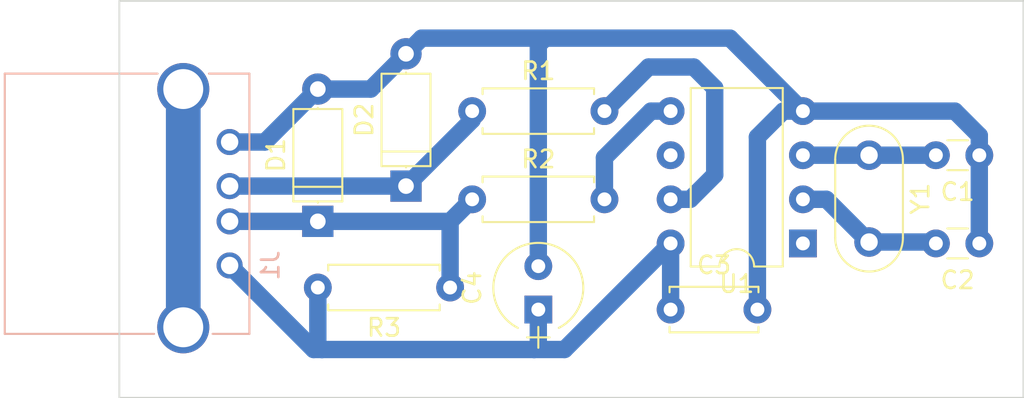
<source format=kicad_pcb>
(kicad_pcb (version 20171130) (host pcbnew "(5.1.9)-1")

  (general
    (thickness 1.6)
    (drawings 4)
    (tracks 53)
    (zones 0)
    (modules 12)
    (nets 12)
  )

  (page A4)
  (layers
    (0 F.Cu signal)
    (31 B.Cu signal)
    (32 B.Adhes user)
    (33 F.Adhes user)
    (34 B.Paste user)
    (35 F.Paste user)
    (36 B.SilkS user)
    (37 F.SilkS user)
    (38 B.Mask user)
    (39 F.Mask user)
    (40 Dwgs.User user)
    (41 Cmts.User user)
    (42 Eco1.User user)
    (43 Eco2.User user)
    (44 Edge.Cuts user)
    (45 Margin user)
    (46 B.CrtYd user)
    (47 F.CrtYd user)
    (48 B.Fab user)
    (49 F.Fab user)
  )

  (setup
    (last_trace_width 1)
    (trace_clearance 0.5)
    (zone_clearance 0.508)
    (zone_45_only no)
    (trace_min 0.2)
    (via_size 1.5)
    (via_drill 0.8)
    (via_min_size 0.4)
    (via_min_drill 0.3)
    (uvia_size 0.3)
    (uvia_drill 0.1)
    (uvias_allowed no)
    (uvia_min_size 0.2)
    (uvia_min_drill 0.1)
    (edge_width 0.05)
    (segment_width 0.2)
    (pcb_text_width 0.3)
    (pcb_text_size 1.5 1.5)
    (mod_edge_width 0.12)
    (mod_text_size 1 1)
    (mod_text_width 0.15)
    (pad_size 1.524 1.524)
    (pad_drill 0.762)
    (pad_to_mask_clearance 0)
    (aux_axis_origin 0 0)
    (visible_elements 7FFFFFFF)
    (pcbplotparams
      (layerselection 0x010fc_ffffffff)
      (usegerberextensions false)
      (usegerberattributes true)
      (usegerberadvancedattributes true)
      (creategerberjobfile true)
      (excludeedgelayer true)
      (linewidth 0.100000)
      (plotframeref false)
      (viasonmask false)
      (mode 1)
      (useauxorigin false)
      (hpglpennumber 1)
      (hpglpenspeed 20)
      (hpglpendiameter 15.000000)
      (psnegative false)
      (psa4output false)
      (plotreference true)
      (plotvalue true)
      (plotinvisibletext false)
      (padsonsilk false)
      (subtractmaskfromsilk false)
      (outputformat 1)
      (mirror false)
      (drillshape 1)
      (scaleselection 1)
      (outputdirectory ""))
  )

  (net 0 "")
  (net 1 GND)
  (net 2 "Net-(C1-Pad2)")
  (net 3 "Net-(C2-Pad2)")
  (net 4 VCC)
  (net 5 "Net-(D1-Pad1)")
  (net 6 "Net-(D2-Pad1)")
  (net 7 "Net-(J1-Pad5)")
  (net 8 "Net-(R1-Pad2)")
  (net 9 "Net-(R2-Pad2)")
  (net 10 "Net-(U1-Pad1)")
  (net 11 "Net-(U1-Pad6)")

  (net_class Default "This is the default net class."
    (clearance 0.5)
    (trace_width 1)
    (via_dia 1.5)
    (via_drill 0.8)
    (uvia_dia 0.3)
    (uvia_drill 0.1)
    (add_net GND)
    (add_net "Net-(C1-Pad2)")
    (add_net "Net-(C2-Pad2)")
    (add_net "Net-(D1-Pad1)")
    (add_net "Net-(D2-Pad1)")
    (add_net "Net-(J1-Pad5)")
    (add_net "Net-(R1-Pad2)")
    (add_net "Net-(R2-Pad2)")
    (add_net "Net-(U1-Pad1)")
    (add_net "Net-(U1-Pad6)")
    (add_net VCC)
  )

  (net_class Mount ""
    (clearance 0.2)
    (trace_width 2)
    (via_dia 1.5)
    (via_drill 0.8)
    (uvia_dia 0.3)
    (uvia_drill 0.1)
  )

  (module Capacitors_THT:C_Disc_D3.0mm_W1.6mm_P2.50mm (layer F.Cu) (tedit 597BC7C2) (tstamp 60677E7F)
    (at 110.49 86.36 180)
    (descr "C, Disc series, Radial, pin pitch=2.50mm, , diameter*width=3.0*1.6mm^2, Capacitor, http://www.vishay.com/docs/45233/krseries.pdf")
    (tags "C Disc series Radial pin pitch 2.50mm  diameter 3.0mm width 1.6mm Capacitor")
    (path /606304FA)
    (fp_text reference C1 (at 1.25 -2.11) (layer F.SilkS)
      (effects (font (size 1 1) (thickness 0.15)))
    )
    (fp_text value 22pF (at 1.25 2.11) (layer F.Fab)
      (effects (font (size 1 1) (thickness 0.15)))
    )
    (fp_line (start 3.55 -1.15) (end -1.05 -1.15) (layer F.CrtYd) (width 0.05))
    (fp_line (start 3.55 1.15) (end 3.55 -1.15) (layer F.CrtYd) (width 0.05))
    (fp_line (start -1.05 1.15) (end 3.55 1.15) (layer F.CrtYd) (width 0.05))
    (fp_line (start -1.05 -1.15) (end -1.05 1.15) (layer F.CrtYd) (width 0.05))
    (fp_line (start 0.663 0.861) (end 1.837 0.861) (layer F.SilkS) (width 0.12))
    (fp_line (start 0.663 -0.861) (end 1.837 -0.861) (layer F.SilkS) (width 0.12))
    (fp_line (start 2.75 -0.8) (end -0.25 -0.8) (layer F.Fab) (width 0.1))
    (fp_line (start 2.75 0.8) (end 2.75 -0.8) (layer F.Fab) (width 0.1))
    (fp_line (start -0.25 0.8) (end 2.75 0.8) (layer F.Fab) (width 0.1))
    (fp_line (start -0.25 -0.8) (end -0.25 0.8) (layer F.Fab) (width 0.1))
    (fp_text user %R (at 1.25 0) (layer F.Fab)
      (effects (font (size 1 1) (thickness 0.15)))
    )
    (pad 1 thru_hole circle (at 0 0 180) (size 1.6 1.6) (drill 0.8) (layers *.Cu *.Mask)
      (net 1 GND))
    (pad 2 thru_hole circle (at 2.5 0 180) (size 1.6 1.6) (drill 0.8) (layers *.Cu *.Mask)
      (net 2 "Net-(C1-Pad2)"))
    (model ${KISYS3DMOD}/Capacitors_THT.3dshapes/C_Disc_D3.0mm_W1.6mm_P2.50mm.wrl
      (at (xyz 0 0 0))
      (scale (xyz 1 1 1))
      (rotate (xyz 0 0 0))
    )
  )

  (module Capacitors_THT:C_Disc_D3.0mm_W1.6mm_P2.50mm (layer F.Cu) (tedit 597BC7C2) (tstamp 60677E90)
    (at 110.49 91.44 180)
    (descr "C, Disc series, Radial, pin pitch=2.50mm, , diameter*width=3.0*1.6mm^2, Capacitor, http://www.vishay.com/docs/45233/krseries.pdf")
    (tags "C Disc series Radial pin pitch 2.50mm  diameter 3.0mm width 1.6mm Capacitor")
    (path /6062FD38)
    (fp_text reference C2 (at 1.25 -2.11) (layer F.SilkS)
      (effects (font (size 1 1) (thickness 0.15)))
    )
    (fp_text value 22pF (at 1.25 2.11) (layer F.Fab)
      (effects (font (size 1 1) (thickness 0.15)))
    )
    (fp_line (start -0.25 -0.8) (end -0.25 0.8) (layer F.Fab) (width 0.1))
    (fp_line (start -0.25 0.8) (end 2.75 0.8) (layer F.Fab) (width 0.1))
    (fp_line (start 2.75 0.8) (end 2.75 -0.8) (layer F.Fab) (width 0.1))
    (fp_line (start 2.75 -0.8) (end -0.25 -0.8) (layer F.Fab) (width 0.1))
    (fp_line (start 0.663 -0.861) (end 1.837 -0.861) (layer F.SilkS) (width 0.12))
    (fp_line (start 0.663 0.861) (end 1.837 0.861) (layer F.SilkS) (width 0.12))
    (fp_line (start -1.05 -1.15) (end -1.05 1.15) (layer F.CrtYd) (width 0.05))
    (fp_line (start -1.05 1.15) (end 3.55 1.15) (layer F.CrtYd) (width 0.05))
    (fp_line (start 3.55 1.15) (end 3.55 -1.15) (layer F.CrtYd) (width 0.05))
    (fp_line (start 3.55 -1.15) (end -1.05 -1.15) (layer F.CrtYd) (width 0.05))
    (fp_text user %R (at 1.25 0) (layer F.Fab)
      (effects (font (size 1 1) (thickness 0.15)))
    )
    (pad 2 thru_hole circle (at 2.5 0 180) (size 1.6 1.6) (drill 0.8) (layers *.Cu *.Mask)
      (net 3 "Net-(C2-Pad2)"))
    (pad 1 thru_hole circle (at 0 0 180) (size 1.6 1.6) (drill 0.8) (layers *.Cu *.Mask)
      (net 1 GND))
    (model ${KISYS3DMOD}/Capacitors_THT.3dshapes/C_Disc_D3.0mm_W1.6mm_P2.50mm.wrl
      (at (xyz 0 0 0))
      (scale (xyz 1 1 1))
      (rotate (xyz 0 0 0))
    )
  )

  (module Capacitors_THT:C_Disc_D5.0mm_W2.5mm_P5.00mm (layer F.Cu) (tedit 597BC7C2) (tstamp 60677EA5)
    (at 92.71 95.25)
    (descr "C, Disc series, Radial, pin pitch=5.00mm, , diameter*width=5*2.5mm^2, Capacitor, http://cdn-reichelt.de/documents/datenblatt/B300/DS_KERKO_TC.pdf")
    (tags "C Disc series Radial pin pitch 5.00mm  diameter 5mm width 2.5mm Capacitor")
    (path /60637C46)
    (fp_text reference C3 (at 2.5 -2.56) (layer F.SilkS)
      (effects (font (size 1 1) (thickness 0.15)))
    )
    (fp_text value 100n (at 2.5 2.56) (layer F.Fab)
      (effects (font (size 1 1) (thickness 0.15)))
    )
    (fp_line (start 0 -1.25) (end 0 1.25) (layer F.Fab) (width 0.1))
    (fp_line (start 0 1.25) (end 5 1.25) (layer F.Fab) (width 0.1))
    (fp_line (start 5 1.25) (end 5 -1.25) (layer F.Fab) (width 0.1))
    (fp_line (start 5 -1.25) (end 0 -1.25) (layer F.Fab) (width 0.1))
    (fp_line (start -0.06 -1.31) (end 5.06 -1.31) (layer F.SilkS) (width 0.12))
    (fp_line (start -0.06 1.31) (end 5.06 1.31) (layer F.SilkS) (width 0.12))
    (fp_line (start -0.06 -1.31) (end -0.06 -0.996) (layer F.SilkS) (width 0.12))
    (fp_line (start -0.06 0.996) (end -0.06 1.31) (layer F.SilkS) (width 0.12))
    (fp_line (start 5.06 -1.31) (end 5.06 -0.996) (layer F.SilkS) (width 0.12))
    (fp_line (start 5.06 0.996) (end 5.06 1.31) (layer F.SilkS) (width 0.12))
    (fp_line (start -1.05 -1.6) (end -1.05 1.6) (layer F.CrtYd) (width 0.05))
    (fp_line (start -1.05 1.6) (end 6.05 1.6) (layer F.CrtYd) (width 0.05))
    (fp_line (start 6.05 1.6) (end 6.05 -1.6) (layer F.CrtYd) (width 0.05))
    (fp_line (start 6.05 -1.6) (end -1.05 -1.6) (layer F.CrtYd) (width 0.05))
    (fp_text user %R (at 2.5 0) (layer F.Fab)
      (effects (font (size 1 1) (thickness 0.15)))
    )
    (pad 2 thru_hole circle (at 5 0) (size 1.6 1.6) (drill 0.8) (layers *.Cu *.Mask)
      (net 1 GND))
    (pad 1 thru_hole circle (at 0 0) (size 1.6 1.6) (drill 0.8) (layers *.Cu *.Mask)
      (net 4 VCC))
    (model ${KISYS3DMOD}/Capacitors_THT.3dshapes/C_Disc_D5.0mm_W2.5mm_P5.00mm.wrl
      (at (xyz 0 0 0))
      (scale (xyz 1 1 1))
      (rotate (xyz 0 0 0))
    )
  )

  (module Capacitors_THT:CP_Radial_Tantal_D5.0mm_P2.50mm (layer F.Cu) (tedit 597C781B) (tstamp 60677EB8)
    (at 85.09 95.25 90)
    (descr "CP, Radial_Tantal series, Radial, pin pitch=2.50mm, , diameter=5.0mm, Tantal Electrolytic Capacitor, http://cdn-reichelt.de/documents/datenblatt/B300/TANTAL-TB-Serie%23.pdf")
    (tags "CP Radial_Tantal series Radial pin pitch 2.50mm  diameter 5.0mm Tantal Electrolytic Capacitor")
    (path /606385E8)
    (fp_text reference C4 (at 1.25 -3.81 90) (layer F.SilkS)
      (effects (font (size 1 1) (thickness 0.15)))
    )
    (fp_text value 10u (at 1.25 3.81 90) (layer F.Fab)
      (effects (font (size 1 1) (thickness 0.15)))
    )
    (fp_circle (center 1.25 0) (end 3.75 0) (layer F.Fab) (width 0.1))
    (fp_line (start -2.2 0) (end -1 0) (layer F.Fab) (width 0.1))
    (fp_line (start -1.6 -0.65) (end -1.6 0.65) (layer F.Fab) (width 0.1))
    (fp_line (start -2.2 0) (end -1 0) (layer F.SilkS) (width 0.12))
    (fp_line (start -1.6 -0.65) (end -1.6 0.65) (layer F.SilkS) (width 0.12))
    (fp_line (start -1.6 -2.85) (end -1.6 2.85) (layer F.CrtYd) (width 0.05))
    (fp_line (start -1.6 2.85) (end 4.1 2.85) (layer F.CrtYd) (width 0.05))
    (fp_line (start 4.1 2.85) (end 4.1 -2.85) (layer F.CrtYd) (width 0.05))
    (fp_line (start 4.1 -2.85) (end -1.6 -2.85) (layer F.CrtYd) (width 0.05))
    (fp_text user %R (at 1.25 0 90) (layer F.Fab)
      (effects (font (size 1 1) (thickness 0.15)))
    )
    (fp_arc (start 1.25 0) (end 3.55558 -1.18) (angle 54.2) (layer F.SilkS) (width 0.12))
    (fp_arc (start 1.25 0) (end -1.05558 1.18) (angle -125.8) (layer F.SilkS) (width 0.12))
    (fp_arc (start 1.25 0) (end -1.05558 -1.18) (angle 125.8) (layer F.SilkS) (width 0.12))
    (pad 2 thru_hole circle (at 2.5 0 90) (size 1.6 1.6) (drill 0.8) (layers *.Cu *.Mask)
      (net 1 GND))
    (pad 1 thru_hole rect (at 0 0 90) (size 1.6 1.6) (drill 0.8) (layers *.Cu *.Mask)
      (net 4 VCC))
    (model ${KISYS3DMOD}/Capacitors_THT.3dshapes/CP_Radial_Tantal_D5.0mm_P2.50mm.wrl
      (at (xyz 0 0 0))
      (scale (xyz 1 1 1))
      (rotate (xyz 0 0 0))
    )
  )

  (module Diodes_THT:D_A-405_P7.62mm_Horizontal (layer F.Cu) (tedit 5921392E) (tstamp 60677ED1)
    (at 72.39 90.17 90)
    (descr "D, A-405 series, Axial, Horizontal, pin pitch=7.62mm, , length*diameter=5.2*2.7mm^2, , http://www.diodes.com/_files/packages/A-405.pdf")
    (tags "D A-405 series Axial Horizontal pin pitch 7.62mm  length 5.2mm diameter 2.7mm")
    (path /6062AB08)
    (fp_text reference D1 (at 3.81 -2.41 90) (layer F.SilkS)
      (effects (font (size 1 1) (thickness 0.15)))
    )
    (fp_text value 3v6 (at 3.81 2.41 90) (layer F.Fab)
      (effects (font (size 1 1) (thickness 0.15)))
    )
    (fp_line (start 1.21 -1.35) (end 1.21 1.35) (layer F.Fab) (width 0.1))
    (fp_line (start 1.21 1.35) (end 6.41 1.35) (layer F.Fab) (width 0.1))
    (fp_line (start 6.41 1.35) (end 6.41 -1.35) (layer F.Fab) (width 0.1))
    (fp_line (start 6.41 -1.35) (end 1.21 -1.35) (layer F.Fab) (width 0.1))
    (fp_line (start 0 0) (end 1.21 0) (layer F.Fab) (width 0.1))
    (fp_line (start 7.62 0) (end 6.41 0) (layer F.Fab) (width 0.1))
    (fp_line (start 1.99 -1.35) (end 1.99 1.35) (layer F.Fab) (width 0.1))
    (fp_line (start 1.15 -1.41) (end 1.15 1.41) (layer F.SilkS) (width 0.12))
    (fp_line (start 1.15 1.41) (end 6.47 1.41) (layer F.SilkS) (width 0.12))
    (fp_line (start 6.47 1.41) (end 6.47 -1.41) (layer F.SilkS) (width 0.12))
    (fp_line (start 6.47 -1.41) (end 1.15 -1.41) (layer F.SilkS) (width 0.12))
    (fp_line (start 1.08 0) (end 1.15 0) (layer F.SilkS) (width 0.12))
    (fp_line (start 6.54 0) (end 6.47 0) (layer F.SilkS) (width 0.12))
    (fp_line (start 1.99 -1.41) (end 1.99 1.41) (layer F.SilkS) (width 0.12))
    (fp_line (start -1.15 -1.7) (end -1.15 1.7) (layer F.CrtYd) (width 0.05))
    (fp_line (start -1.15 1.7) (end 8.8 1.7) (layer F.CrtYd) (width 0.05))
    (fp_line (start 8.8 1.7) (end 8.8 -1.7) (layer F.CrtYd) (width 0.05))
    (fp_line (start 8.8 -1.7) (end -1.15 -1.7) (layer F.CrtYd) (width 0.05))
    (fp_text user %R (at 3.81 0 90) (layer F.Fab)
      (effects (font (size 1 1) (thickness 0.15)))
    )
    (pad 2 thru_hole oval (at 7.62 0 90) (size 1.8 1.8) (drill 0.9) (layers *.Cu *.Mask)
      (net 1 GND))
    (pad 1 thru_hole rect (at 0 0 90) (size 1.8 1.8) (drill 0.9) (layers *.Cu *.Mask)
      (net 5 "Net-(D1-Pad1)"))
    (model ${KISYS3DMOD}/Diodes_THT.3dshapes/D_A-405_P7.62mm_Horizontal.wrl
      (at (xyz 0 0 0))
      (scale (xyz 0.393701 0.393701 0.393701))
      (rotate (xyz 0 0 0))
    )
  )

  (module Diodes_THT:D_A-405_P7.62mm_Horizontal (layer F.Cu) (tedit 5921392E) (tstamp 60677EEA)
    (at 77.47 88.138 90)
    (descr "D, A-405 series, Axial, Horizontal, pin pitch=7.62mm, , length*diameter=5.2*2.7mm^2, , http://www.diodes.com/_files/packages/A-405.pdf")
    (tags "D A-405 series Axial Horizontal pin pitch 7.62mm  length 5.2mm diameter 2.7mm")
    (path /6062AECE)
    (fp_text reference D2 (at 3.81 -2.41 90) (layer F.SilkS)
      (effects (font (size 1 1) (thickness 0.15)))
    )
    (fp_text value 3v6 (at 3.81 2.41 90) (layer F.Fab)
      (effects (font (size 1 1) (thickness 0.15)))
    )
    (fp_line (start 8.8 -1.7) (end -1.15 -1.7) (layer F.CrtYd) (width 0.05))
    (fp_line (start 8.8 1.7) (end 8.8 -1.7) (layer F.CrtYd) (width 0.05))
    (fp_line (start -1.15 1.7) (end 8.8 1.7) (layer F.CrtYd) (width 0.05))
    (fp_line (start -1.15 -1.7) (end -1.15 1.7) (layer F.CrtYd) (width 0.05))
    (fp_line (start 1.99 -1.41) (end 1.99 1.41) (layer F.SilkS) (width 0.12))
    (fp_line (start 6.54 0) (end 6.47 0) (layer F.SilkS) (width 0.12))
    (fp_line (start 1.08 0) (end 1.15 0) (layer F.SilkS) (width 0.12))
    (fp_line (start 6.47 -1.41) (end 1.15 -1.41) (layer F.SilkS) (width 0.12))
    (fp_line (start 6.47 1.41) (end 6.47 -1.41) (layer F.SilkS) (width 0.12))
    (fp_line (start 1.15 1.41) (end 6.47 1.41) (layer F.SilkS) (width 0.12))
    (fp_line (start 1.15 -1.41) (end 1.15 1.41) (layer F.SilkS) (width 0.12))
    (fp_line (start 1.99 -1.35) (end 1.99 1.35) (layer F.Fab) (width 0.1))
    (fp_line (start 7.62 0) (end 6.41 0) (layer F.Fab) (width 0.1))
    (fp_line (start 0 0) (end 1.21 0) (layer F.Fab) (width 0.1))
    (fp_line (start 6.41 -1.35) (end 1.21 -1.35) (layer F.Fab) (width 0.1))
    (fp_line (start 6.41 1.35) (end 6.41 -1.35) (layer F.Fab) (width 0.1))
    (fp_line (start 1.21 1.35) (end 6.41 1.35) (layer F.Fab) (width 0.1))
    (fp_line (start 1.21 -1.35) (end 1.21 1.35) (layer F.Fab) (width 0.1))
    (fp_text user %R (at 3.81 0 90) (layer F.Fab)
      (effects (font (size 1 1) (thickness 0.15)))
    )
    (pad 1 thru_hole rect (at 0 0 90) (size 1.8 1.8) (drill 0.9) (layers *.Cu *.Mask)
      (net 6 "Net-(D2-Pad1)"))
    (pad 2 thru_hole oval (at 7.62 0 90) (size 1.8 1.8) (drill 0.9) (layers *.Cu *.Mask)
      (net 1 GND))
    (model ${KISYS3DMOD}/Diodes_THT.3dshapes/D_A-405_P7.62mm_Horizontal.wrl
      (at (xyz 0 0 0))
      (scale (xyz 0.393701 0.393701 0.393701))
      (rotate (xyz 0 0 0))
    )
  )

  (module Connectors:USB_A (layer B.Cu) (tedit 5543E289) (tstamp 60677EFE)
    (at 67.31 92.71 90)
    (descr "USB A connector")
    (tags "USB USB_A")
    (path /6062337D)
    (fp_text reference J1 (at 0 2.35 -90) (layer B.SilkS)
      (effects (font (size 1 1) (thickness 0.15)) (justify mirror))
    )
    (fp_text value USB_A (at 3.84 -7.44 -90) (layer B.Fab)
      (effects (font (size 1 1) (thickness 0.15)) (justify mirror))
    )
    (fp_line (start -5.3 -13.2) (end -5.3 1.4) (layer B.CrtYd) (width 0.05))
    (fp_line (start 11.95 1.4) (end 11.95 -13.2) (layer B.CrtYd) (width 0.05))
    (fp_line (start -5.3 -13.2) (end 11.95 -13.2) (layer B.CrtYd) (width 0.05))
    (fp_line (start -5.3 1.4) (end 11.95 1.4) (layer B.CrtYd) (width 0.05))
    (fp_line (start 11.05 1.14) (end 11.05 -1.19) (layer B.SilkS) (width 0.12))
    (fp_line (start -3.94 1.14) (end -3.94 -0.98) (layer B.SilkS) (width 0.12))
    (fp_line (start 11.05 1.14) (end -3.94 1.14) (layer B.SilkS) (width 0.12))
    (fp_line (start 11.05 -12.95) (end -3.94 -12.95) (layer B.SilkS) (width 0.12))
    (fp_line (start 11.05 -4.15) (end 11.05 -12.95) (layer B.SilkS) (width 0.12))
    (fp_line (start -3.94 -4.35) (end -3.94 -12.95) (layer B.SilkS) (width 0.12))
    (pad 5 thru_hole circle (at -3.56 -2.67 180) (size 3 3) (drill 2.3) (layers *.Cu *.Mask)
      (net 7 "Net-(J1-Pad5)"))
    (pad 5 thru_hole circle (at 10.16 -2.67 180) (size 3 3) (drill 2.3) (layers *.Cu *.Mask)
      (net 7 "Net-(J1-Pad5)"))
    (pad 1 thru_hole circle (at 0 0 180) (size 1.5 1.5) (drill 1) (layers *.Cu *.Mask)
      (net 4 VCC))
    (pad 2 thru_hole circle (at 2.54 0 180) (size 1.5 1.5) (drill 1) (layers *.Cu *.Mask)
      (net 5 "Net-(D1-Pad1)"))
    (pad 3 thru_hole circle (at 4.57 0 180) (size 1.5 1.5) (drill 1) (layers *.Cu *.Mask)
      (net 6 "Net-(D2-Pad1)"))
    (pad 4 thru_hole circle (at 7.11 0 180) (size 1.5 1.5) (drill 1) (layers *.Cu *.Mask)
      (net 1 GND))
    (model ${KISYS3DMOD}/Connectors.3dshapes/USB_A.wrl
      (offset (xyz 3.555999946594238 0 0))
      (scale (xyz 1 1 1))
      (rotate (xyz 0 0 90))
    )
  )

  (module Resistors_THT:R_Axial_DIN0207_L6.3mm_D2.5mm_P7.62mm_Horizontal (layer F.Cu) (tedit 5874F706) (tstamp 60677F14)
    (at 81.28 83.82)
    (descr "Resistor, Axial_DIN0207 series, Axial, Horizontal, pin pitch=7.62mm, 0.25W = 1/4W, length*diameter=6.3*2.5mm^2, http://cdn-reichelt.de/documents/datenblatt/B400/1_4W%23YAG.pdf")
    (tags "Resistor Axial_DIN0207 series Axial Horizontal pin pitch 7.62mm 0.25W = 1/4W length 6.3mm diameter 2.5mm")
    (path /60623DE5)
    (fp_text reference R1 (at 3.81 -2.31) (layer F.SilkS)
      (effects (font (size 1 1) (thickness 0.15)))
    )
    (fp_text value 68R (at 3.81 0) (layer F.Fab)
      (effects (font (size 1 1) (thickness 0.15)))
    )
    (fp_line (start 0.66 -1.25) (end 0.66 1.25) (layer F.Fab) (width 0.1))
    (fp_line (start 0.66 1.25) (end 6.96 1.25) (layer F.Fab) (width 0.1))
    (fp_line (start 6.96 1.25) (end 6.96 -1.25) (layer F.Fab) (width 0.1))
    (fp_line (start 6.96 -1.25) (end 0.66 -1.25) (layer F.Fab) (width 0.1))
    (fp_line (start 0 0) (end 0.66 0) (layer F.Fab) (width 0.1))
    (fp_line (start 7.62 0) (end 6.96 0) (layer F.Fab) (width 0.1))
    (fp_line (start 0.6 -0.98) (end 0.6 -1.31) (layer F.SilkS) (width 0.12))
    (fp_line (start 0.6 -1.31) (end 7.02 -1.31) (layer F.SilkS) (width 0.12))
    (fp_line (start 7.02 -1.31) (end 7.02 -0.98) (layer F.SilkS) (width 0.12))
    (fp_line (start 0.6 0.98) (end 0.6 1.31) (layer F.SilkS) (width 0.12))
    (fp_line (start 0.6 1.31) (end 7.02 1.31) (layer F.SilkS) (width 0.12))
    (fp_line (start 7.02 1.31) (end 7.02 0.98) (layer F.SilkS) (width 0.12))
    (fp_line (start -1.05 -1.6) (end -1.05 1.6) (layer F.CrtYd) (width 0.05))
    (fp_line (start -1.05 1.6) (end 8.7 1.6) (layer F.CrtYd) (width 0.05))
    (fp_line (start 8.7 1.6) (end 8.7 -1.6) (layer F.CrtYd) (width 0.05))
    (fp_line (start 8.7 -1.6) (end -1.05 -1.6) (layer F.CrtYd) (width 0.05))
    (pad 2 thru_hole oval (at 7.62 0) (size 1.6 1.6) (drill 0.8) (layers *.Cu *.Mask)
      (net 8 "Net-(R1-Pad2)"))
    (pad 1 thru_hole circle (at 0 0) (size 1.6 1.6) (drill 0.8) (layers *.Cu *.Mask)
      (net 6 "Net-(D2-Pad1)"))
    (model ${KISYS3DMOD}/Resistors_THT.3dshapes/R_Axial_DIN0207_L6.3mm_D2.5mm_P7.62mm_Horizontal.wrl
      (at (xyz 0 0 0))
      (scale (xyz 0.393701 0.393701 0.393701))
      (rotate (xyz 0 0 0))
    )
  )

  (module Resistors_THT:R_Axial_DIN0207_L6.3mm_D2.5mm_P7.62mm_Horizontal (layer F.Cu) (tedit 5874F706) (tstamp 60677F2A)
    (at 81.28 88.9)
    (descr "Resistor, Axial_DIN0207 series, Axial, Horizontal, pin pitch=7.62mm, 0.25W = 1/4W, length*diameter=6.3*2.5mm^2, http://cdn-reichelt.de/documents/datenblatt/B400/1_4W%23YAG.pdf")
    (tags "Resistor Axial_DIN0207 series Axial Horizontal pin pitch 7.62mm 0.25W = 1/4W length 6.3mm diameter 2.5mm")
    (path /60624C06)
    (fp_text reference R2 (at 3.81 -2.31) (layer F.SilkS)
      (effects (font (size 1 1) (thickness 0.15)))
    )
    (fp_text value 68R (at 3.81 0) (layer F.Fab)
      (effects (font (size 1 1) (thickness 0.15)))
    )
    (fp_line (start 8.7 -1.6) (end -1.05 -1.6) (layer F.CrtYd) (width 0.05))
    (fp_line (start 8.7 1.6) (end 8.7 -1.6) (layer F.CrtYd) (width 0.05))
    (fp_line (start -1.05 1.6) (end 8.7 1.6) (layer F.CrtYd) (width 0.05))
    (fp_line (start -1.05 -1.6) (end -1.05 1.6) (layer F.CrtYd) (width 0.05))
    (fp_line (start 7.02 1.31) (end 7.02 0.98) (layer F.SilkS) (width 0.12))
    (fp_line (start 0.6 1.31) (end 7.02 1.31) (layer F.SilkS) (width 0.12))
    (fp_line (start 0.6 0.98) (end 0.6 1.31) (layer F.SilkS) (width 0.12))
    (fp_line (start 7.02 -1.31) (end 7.02 -0.98) (layer F.SilkS) (width 0.12))
    (fp_line (start 0.6 -1.31) (end 7.02 -1.31) (layer F.SilkS) (width 0.12))
    (fp_line (start 0.6 -0.98) (end 0.6 -1.31) (layer F.SilkS) (width 0.12))
    (fp_line (start 7.62 0) (end 6.96 0) (layer F.Fab) (width 0.1))
    (fp_line (start 0 0) (end 0.66 0) (layer F.Fab) (width 0.1))
    (fp_line (start 6.96 -1.25) (end 0.66 -1.25) (layer F.Fab) (width 0.1))
    (fp_line (start 6.96 1.25) (end 6.96 -1.25) (layer F.Fab) (width 0.1))
    (fp_line (start 0.66 1.25) (end 6.96 1.25) (layer F.Fab) (width 0.1))
    (fp_line (start 0.66 -1.25) (end 0.66 1.25) (layer F.Fab) (width 0.1))
    (pad 1 thru_hole circle (at 0 0) (size 1.6 1.6) (drill 0.8) (layers *.Cu *.Mask)
      (net 5 "Net-(D1-Pad1)"))
    (pad 2 thru_hole oval (at 7.62 0) (size 1.6 1.6) (drill 0.8) (layers *.Cu *.Mask)
      (net 9 "Net-(R2-Pad2)"))
    (model ${KISYS3DMOD}/Resistors_THT.3dshapes/R_Axial_DIN0207_L6.3mm_D2.5mm_P7.62mm_Horizontal.wrl
      (at (xyz 0 0 0))
      (scale (xyz 0.393701 0.393701 0.393701))
      (rotate (xyz 0 0 0))
    )
  )

  (module Resistors_THT:R_Axial_DIN0207_L6.3mm_D2.5mm_P7.62mm_Horizontal (layer F.Cu) (tedit 5874F706) (tstamp 60677F40)
    (at 80.01 93.98 180)
    (descr "Resistor, Axial_DIN0207 series, Axial, Horizontal, pin pitch=7.62mm, 0.25W = 1/4W, length*diameter=6.3*2.5mm^2, http://cdn-reichelt.de/documents/datenblatt/B400/1_4W%23YAG.pdf")
    (tags "Resistor Axial_DIN0207 series Axial Horizontal pin pitch 7.62mm 0.25W = 1/4W length 6.3mm diameter 2.5mm")
    (path /60624DA2)
    (fp_text reference R3 (at 3.81 -2.31) (layer F.SilkS)
      (effects (font (size 1 1) (thickness 0.15)))
    )
    (fp_text value 2k2 (at 3.81 0) (layer F.Fab)
      (effects (font (size 1 1) (thickness 0.15)))
    )
    (fp_line (start 0.66 -1.25) (end 0.66 1.25) (layer F.Fab) (width 0.1))
    (fp_line (start 0.66 1.25) (end 6.96 1.25) (layer F.Fab) (width 0.1))
    (fp_line (start 6.96 1.25) (end 6.96 -1.25) (layer F.Fab) (width 0.1))
    (fp_line (start 6.96 -1.25) (end 0.66 -1.25) (layer F.Fab) (width 0.1))
    (fp_line (start 0 0) (end 0.66 0) (layer F.Fab) (width 0.1))
    (fp_line (start 7.62 0) (end 6.96 0) (layer F.Fab) (width 0.1))
    (fp_line (start 0.6 -0.98) (end 0.6 -1.31) (layer F.SilkS) (width 0.12))
    (fp_line (start 0.6 -1.31) (end 7.02 -1.31) (layer F.SilkS) (width 0.12))
    (fp_line (start 7.02 -1.31) (end 7.02 -0.98) (layer F.SilkS) (width 0.12))
    (fp_line (start 0.6 0.98) (end 0.6 1.31) (layer F.SilkS) (width 0.12))
    (fp_line (start 0.6 1.31) (end 7.02 1.31) (layer F.SilkS) (width 0.12))
    (fp_line (start 7.02 1.31) (end 7.02 0.98) (layer F.SilkS) (width 0.12))
    (fp_line (start -1.05 -1.6) (end -1.05 1.6) (layer F.CrtYd) (width 0.05))
    (fp_line (start -1.05 1.6) (end 8.7 1.6) (layer F.CrtYd) (width 0.05))
    (fp_line (start 8.7 1.6) (end 8.7 -1.6) (layer F.CrtYd) (width 0.05))
    (fp_line (start 8.7 -1.6) (end -1.05 -1.6) (layer F.CrtYd) (width 0.05))
    (pad 2 thru_hole oval (at 7.62 0 180) (size 1.6 1.6) (drill 0.8) (layers *.Cu *.Mask)
      (net 4 VCC))
    (pad 1 thru_hole circle (at 0 0 180) (size 1.6 1.6) (drill 0.8) (layers *.Cu *.Mask)
      (net 5 "Net-(D1-Pad1)"))
    (model ${KISYS3DMOD}/Resistors_THT.3dshapes/R_Axial_DIN0207_L6.3mm_D2.5mm_P7.62mm_Horizontal.wrl
      (at (xyz 0 0 0))
      (scale (xyz 0.393701 0.393701 0.393701))
      (rotate (xyz 0 0 0))
    )
  )

  (module Package_DIP:DIP-8_W7.62mm (layer F.Cu) (tedit 5A02E8C5) (tstamp 60677F5C)
    (at 100.33 91.44 180)
    (descr "8-lead though-hole mounted DIP package, row spacing 7.62 mm (300 mils)")
    (tags "THT DIP DIL PDIP 2.54mm 7.62mm 300mil")
    (path /60622DF5)
    (fp_text reference U1 (at 3.81 -2.33) (layer F.SilkS)
      (effects (font (size 1 1) (thickness 0.15)))
    )
    (fp_text value ATtiny85-20PU (at 3.81 9.95) (layer F.Fab)
      (effects (font (size 1 1) (thickness 0.15)))
    )
    (fp_line (start 8.7 -1.55) (end -1.1 -1.55) (layer F.CrtYd) (width 0.05))
    (fp_line (start 8.7 9.15) (end 8.7 -1.55) (layer F.CrtYd) (width 0.05))
    (fp_line (start -1.1 9.15) (end 8.7 9.15) (layer F.CrtYd) (width 0.05))
    (fp_line (start -1.1 -1.55) (end -1.1 9.15) (layer F.CrtYd) (width 0.05))
    (fp_line (start 6.46 -1.33) (end 4.81 -1.33) (layer F.SilkS) (width 0.12))
    (fp_line (start 6.46 8.95) (end 6.46 -1.33) (layer F.SilkS) (width 0.12))
    (fp_line (start 1.16 8.95) (end 6.46 8.95) (layer F.SilkS) (width 0.12))
    (fp_line (start 1.16 -1.33) (end 1.16 8.95) (layer F.SilkS) (width 0.12))
    (fp_line (start 2.81 -1.33) (end 1.16 -1.33) (layer F.SilkS) (width 0.12))
    (fp_line (start 0.635 -0.27) (end 1.635 -1.27) (layer F.Fab) (width 0.1))
    (fp_line (start 0.635 8.89) (end 0.635 -0.27) (layer F.Fab) (width 0.1))
    (fp_line (start 6.985 8.89) (end 0.635 8.89) (layer F.Fab) (width 0.1))
    (fp_line (start 6.985 -1.27) (end 6.985 8.89) (layer F.Fab) (width 0.1))
    (fp_line (start 1.635 -1.27) (end 6.985 -1.27) (layer F.Fab) (width 0.1))
    (fp_arc (start 3.81 -1.33) (end 2.81 -1.33) (angle -180) (layer F.SilkS) (width 0.12))
    (fp_text user %R (at 3.81 3.81) (layer F.Fab)
      (effects (font (size 1 1) (thickness 0.15)))
    )
    (pad 1 thru_hole rect (at 0 0 180) (size 1.6 1.6) (drill 0.8) (layers *.Cu *.Mask)
      (net 10 "Net-(U1-Pad1)"))
    (pad 5 thru_hole oval (at 7.62 7.62 180) (size 1.6 1.6) (drill 0.8) (layers *.Cu *.Mask)
      (net 9 "Net-(R2-Pad2)"))
    (pad 2 thru_hole oval (at 0 2.54 180) (size 1.6 1.6) (drill 0.8) (layers *.Cu *.Mask)
      (net 3 "Net-(C2-Pad2)"))
    (pad 6 thru_hole oval (at 7.62 5.08 180) (size 1.6 1.6) (drill 0.8) (layers *.Cu *.Mask)
      (net 11 "Net-(U1-Pad6)"))
    (pad 3 thru_hole oval (at 0 5.08 180) (size 1.6 1.6) (drill 0.8) (layers *.Cu *.Mask)
      (net 2 "Net-(C1-Pad2)"))
    (pad 7 thru_hole oval (at 7.62 2.54 180) (size 1.6 1.6) (drill 0.8) (layers *.Cu *.Mask)
      (net 8 "Net-(R1-Pad2)"))
    (pad 4 thru_hole oval (at 0 7.62 180) (size 1.6 1.6) (drill 0.8) (layers *.Cu *.Mask)
      (net 1 GND))
    (pad 8 thru_hole oval (at 7.62 0 180) (size 1.6 1.6) (drill 0.8) (layers *.Cu *.Mask)
      (net 4 VCC))
    (model ${KISYS3DMOD}/Package_DIP.3dshapes/DIP-8_W7.62mm.wrl
      (at (xyz 0 0 0))
      (scale (xyz 1 1 1))
      (rotate (xyz 0 0 0))
    )
  )

  (module Crystals:Resonator-2pin_w8.0mm_h3.5mm (layer F.Cu) (tedit 58CD2E9D) (tstamp 6068B764)
    (at 104.14 86.36 270)
    (descr "Ceramic Resomator/Filter 8.0x3.5mm^2, length*width=8.0x3.5mm^2 package, package length=8.0mm, package width=3.5mm, 2 pins")
    (tags "THT ceramic resonator filter")
    (path /6062D555)
    (fp_text reference Y1 (at 2.5 -2.95 90) (layer F.SilkS)
      (effects (font (size 1 1) (thickness 0.15)))
    )
    (fp_text value 16MHz (at 2.5 2.95 90) (layer F.Fab)
      (effects (font (size 1 1) (thickness 0.15)))
    )
    (fp_arc (start 4.75 0) (end 4.75 -1.95) (angle 180) (layer F.SilkS) (width 0.12))
    (fp_arc (start 0.25 0) (end 0.25 -1.95) (angle -180) (layer F.SilkS) (width 0.12))
    (fp_arc (start 4.75 0) (end 4.75 -1.75) (angle 180) (layer F.Fab) (width 0.1))
    (fp_arc (start 0.25 0) (end 0.25 -1.75) (angle -180) (layer F.Fab) (width 0.1))
    (fp_arc (start 4.75 0) (end 4.75 -1.75) (angle 180) (layer F.Fab) (width 0.1))
    (fp_arc (start 0.25 0) (end 0.25 -1.75) (angle -180) (layer F.Fab) (width 0.1))
    (fp_text user %R (at 2.5 0 90) (layer F.Fab)
      (effects (font (size 1 1) (thickness 0.15)))
    )
    (fp_line (start 0.25 -1.75) (end 4.75 -1.75) (layer F.Fab) (width 0.1))
    (fp_line (start 0.25 1.75) (end 4.75 1.75) (layer F.Fab) (width 0.1))
    (fp_line (start 0.25 -1.75) (end 4.75 -1.75) (layer F.Fab) (width 0.1))
    (fp_line (start 0.25 1.75) (end 4.75 1.75) (layer F.Fab) (width 0.1))
    (fp_line (start 0.25 -1.95) (end 4.75 -1.95) (layer F.SilkS) (width 0.12))
    (fp_line (start 0.25 1.95) (end 4.75 1.95) (layer F.SilkS) (width 0.12))
    (fp_line (start -2 -2.2) (end -2 2.2) (layer F.CrtYd) (width 0.05))
    (fp_line (start -2 2.2) (end 7 2.2) (layer F.CrtYd) (width 0.05))
    (fp_line (start 7 2.2) (end 7 -2.2) (layer F.CrtYd) (width 0.05))
    (fp_line (start 7 -2.2) (end -2 -2.2) (layer F.CrtYd) (width 0.05))
    (pad 2 thru_hole circle (at 5 0 270) (size 1.7 1.7) (drill 1) (layers *.Cu *.Mask)
      (net 3 "Net-(C2-Pad2)"))
    (pad 1 thru_hole circle (at 0 0 270) (size 1.7 1.7) (drill 1) (layers *.Cu *.Mask)
      (net 2 "Net-(C1-Pad2)"))
    (model ${KISYS3DMOD}/Crystals.3dshapes/Resonator-2pin_w8.0mm_h3.5mm.wrl
      (at (xyz 0 0 0))
      (scale (xyz 0.393701 0.393701 0.393701))
      (rotate (xyz 0 0 0))
    )
  )

  (gr_line (start 113.03 77.47) (end 113.03 100.33) (layer Edge.Cuts) (width 0.1))
  (gr_line (start 60.96 77.47) (end 113.03 77.47) (layer Edge.Cuts) (width 0.1))
  (gr_line (start 60.96 100.33) (end 60.96 77.47) (layer Edge.Cuts) (width 0.1))
  (gr_line (start 113.03 100.33) (end 60.96 100.33) (layer Edge.Cuts) (width 0.1))

  (segment (start 69.34 85.6) (end 72.39 82.55) (width 1) (layer B.Cu) (net 1))
  (segment (start 67.31 85.6) (end 69.34 85.6) (width 1) (layer B.Cu) (net 1))
  (segment (start 75.438 82.55) (end 77.47 80.518) (width 1) (layer B.Cu) (net 1))
  (segment (start 72.39 82.55) (end 75.438 82.55) (width 1) (layer B.Cu) (net 1))
  (segment (start 96.128001 79.618001) (end 100.33 83.82) (width 1) (layer B.Cu) (net 1))
  (segment (start 77.47 80.518) (end 78.369999 79.618001) (width 1) (layer B.Cu) (net 1))
  (segment (start 97.71 85.30863) (end 97.71 95.25) (width 1) (layer B.Cu) (net 1))
  (segment (start 99.19863 83.82) (end 97.71 85.30863) (width 1) (layer B.Cu) (net 1))
  (segment (start 100.33 83.82) (end 99.19863 83.82) (width 1) (layer B.Cu) (net 1))
  (segment (start 110.49 91.44) (end 110.49 86.36) (width 1) (layer B.Cu) (net 1))
  (segment (start 110.49 85.22863) (end 110.49 86.36) (width 1) (layer B.Cu) (net 1))
  (segment (start 109.08137 83.82) (end 110.49 85.22863) (width 1) (layer B.Cu) (net 1))
  (segment (start 100.33 83.82) (end 109.08137 83.82) (width 1) (layer B.Cu) (net 1))
  (segment (start 85.09 80.01) (end 85.481999 79.618001) (width 1) (layer B.Cu) (net 1))
  (segment (start 85.09 92.75) (end 85.09 80.01) (width 1) (layer B.Cu) (net 1))
  (segment (start 85.481999 79.618001) (end 96.128001 79.618001) (width 1) (layer B.Cu) (net 1))
  (segment (start 78.369999 79.618001) (end 85.481999 79.618001) (width 1) (layer B.Cu) (net 1))
  (segment (start 100.33 86.36) (end 104.14 86.36) (width 1) (layer B.Cu) (net 2))
  (segment (start 104.14 86.36) (end 107.99 86.36) (width 1) (layer B.Cu) (net 2))
  (segment (start 101.68 88.9) (end 104.14 91.36) (width 1) (layer B.Cu) (net 3))
  (segment (start 100.33 88.9) (end 101.68 88.9) (width 1) (layer B.Cu) (net 3))
  (segment (start 107.91 91.36) (end 107.99 91.44) (width 1) (layer B.Cu) (net 3))
  (segment (start 104.14 91.36) (end 107.91 91.36) (width 1) (layer B.Cu) (net 3))
  (segment (start 72.150001 97.550001) (end 67.31 92.71) (width 1) (layer B.Cu) (net 4))
  (segment (start 86.599999 97.550001) (end 92.71 91.44) (width 1) (layer B.Cu) (net 4))
  (segment (start 92.71 91.44) (end 92.71 95.25) (width 1) (layer B.Cu) (net 4))
  (segment (start 72.39 93.98) (end 72.39 97.310002) (width 1) (layer B.Cu) (net 4))
  (segment (start 72.39 97.310002) (end 72.629999 97.550001) (width 1) (layer B.Cu) (net 4))
  (segment (start 72.150001 97.550001) (end 72.629999 97.550001) (width 1) (layer B.Cu) (net 4))
  (segment (start 85.09 97.310002) (end 84.850001 97.550001) (width 1) (layer B.Cu) (net 4))
  (segment (start 85.09 95.25) (end 85.09 97.310002) (width 1) (layer B.Cu) (net 4))
  (segment (start 84.850001 97.550001) (end 86.599999 97.550001) (width 1) (layer B.Cu) (net 4))
  (segment (start 72.629999 97.550001) (end 84.850001 97.550001) (width 1) (layer B.Cu) (net 4))
  (segment (start 64.64 82.55) (end 64.64 96.27) (width 2) (layer B.Cu) (net 7))
  (segment (start 72.39 90.17) (end 67.31 90.17) (width 1) (layer B.Cu) (net 5))
  (segment (start 80.01 90.17) (end 81.28 88.9) (width 1) (layer B.Cu) (net 5))
  (segment (start 72.39 90.17) (end 80.01 90.17) (width 1) (layer B.Cu) (net 5))
  (segment (start 80.01 93.98) (end 80.01 90.17) (width 1) (layer B.Cu) (net 5))
  (segment (start 81.28 84.328) (end 77.47 88.138) (width 1) (layer B.Cu) (net 6))
  (segment (start 81.28 83.82) (end 81.28 84.328) (width 1) (layer B.Cu) (net 6))
  (segment (start 67.312 88.138) (end 67.31 88.14) (width 1) (layer B.Cu) (net 6))
  (segment (start 77.47 88.138) (end 67.312 88.138) (width 1) (layer B.Cu) (net 6))
  (segment (start 89.130009 83.589991) (end 89.130009 83.82) (width 1) (layer B.Cu) (net 8))
  (segment (start 91.44 81.28) (end 88.9 83.82) (width 1) (layer B.Cu) (net 8))
  (segment (start 95.25 87.49137) (end 95.25 82.487999) (width 1) (layer B.Cu) (net 8))
  (segment (start 94.042001 81.28) (end 91.44 81.28) (width 1) (layer B.Cu) (net 8))
  (segment (start 93.84137 88.9) (end 95.25 87.49137) (width 1) (layer B.Cu) (net 8))
  (segment (start 95.25 82.487999) (end 94.042001 81.28) (width 1) (layer B.Cu) (net 8))
  (segment (start 92.71 88.9) (end 93.84137 88.9) (width 1) (layer B.Cu) (net 8))
  (segment (start 92.71 83.82) (end 92.585998 83.82) (width 1) (layer B.Cu) (net 9))
  (segment (start 88.9 86.49863) (end 88.9 88.9) (width 1) (layer B.Cu) (net 9))
  (segment (start 91.57863 83.82) (end 88.9 86.49863) (width 1) (layer B.Cu) (net 9))
  (segment (start 92.71 83.82) (end 91.57863 83.82) (width 1) (layer B.Cu) (net 9))

)

</source>
